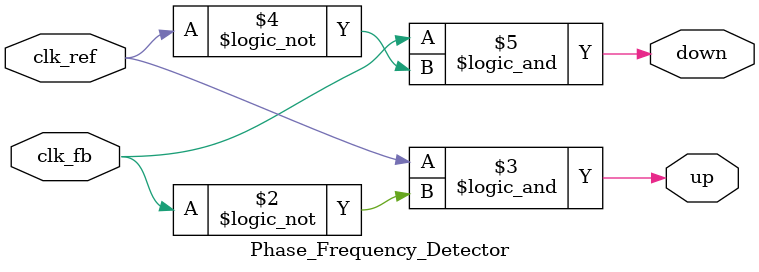
<source format=v>
module Phase_Frequency_Detector (
    input wire clk_ref,   // Reference clock
    input wire clk_fb,    // Feedback clock
    output reg up,        // Increment signal
    output reg down       // Decrement signal
);
    always @(*) begin
        up   = (clk_ref && !clk_fb);
        down = (clk_fb && !clk_ref);
    end
endmodule

</source>
